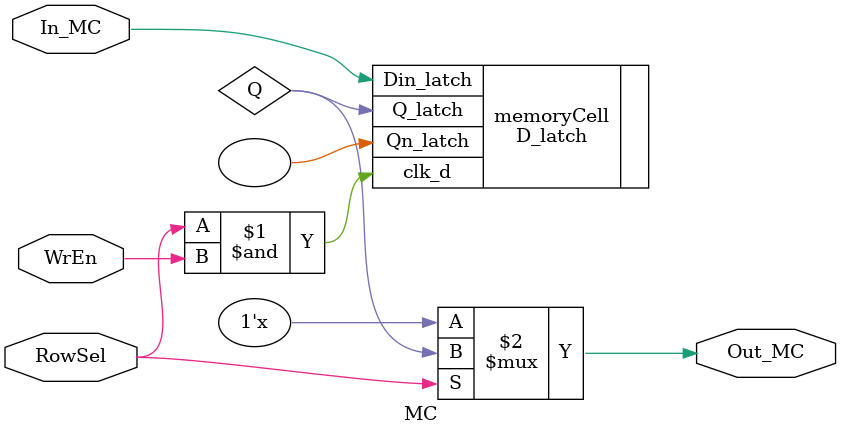
<source format=v>
module MC(Out_MC, In_MC, RowSel, WrEn);
	input In_MC, RowSel, WrEn;
	output Out_MC;
	wire Q;
	
	D_latch memoryCell(.Q_latch(Q), .Qn_latch(), .Din_latch(In_MC), .clk_d(RowSel & WrEn));
	bufif1 f1(Out_MC, Q, RowSel);
endmodule


</source>
